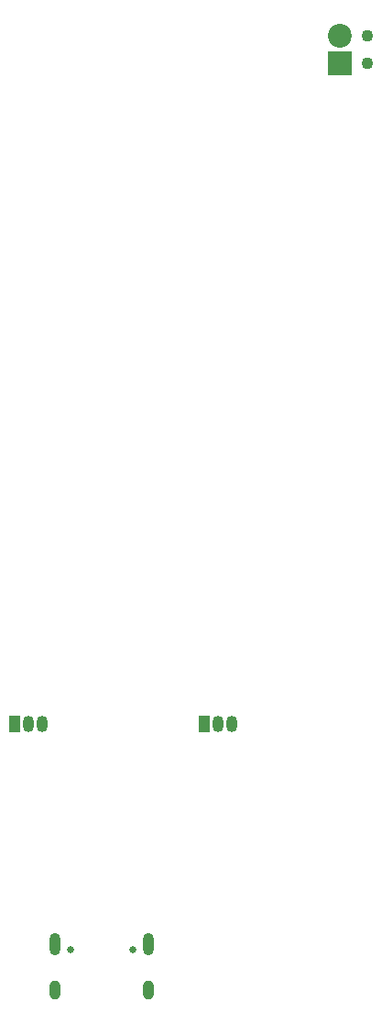
<source format=gbr>
%TF.GenerationSoftware,KiCad,Pcbnew,8.0.4*%
%TF.CreationDate,2025-08-04T00:55:42+05:30*%
%TF.ProjectId,Receiver,52656365-6976-4657-922e-6b696361645f,rev?*%
%TF.SameCoordinates,Original*%
%TF.FileFunction,Soldermask,Bot*%
%TF.FilePolarity,Negative*%
%FSLAX46Y46*%
G04 Gerber Fmt 4.6, Leading zero omitted, Abs format (unit mm)*
G04 Created by KiCad (PCBNEW 8.0.4) date 2025-08-04 00:55:42*
%MOMM*%
%LPD*%
G01*
G04 APERTURE LIST*
%ADD10R,1.050000X1.500000*%
%ADD11O,1.050000X1.500000*%
%ADD12C,0.650000*%
%ADD13O,1.000000X2.100000*%
%ADD14O,1.000000X1.800000*%
%ADD15C,1.100000*%
%ADD16R,2.200000X2.200000*%
%ADD17C,2.200000*%
G04 APERTURE END LIST*
D10*
%TO.C,Q2*%
X131460000Y-123000000D03*
D11*
X132730000Y-123000000D03*
X134000000Y-123000000D03*
%TD*%
D10*
%TO.C,Q1*%
X148960000Y-123000000D03*
D11*
X150230000Y-123000000D03*
X151500000Y-123000000D03*
%TD*%
D12*
%TO.C,J4*%
X136610000Y-143820000D03*
X142390000Y-143820000D03*
D13*
X135180000Y-143320000D03*
D14*
X135180000Y-147500000D03*
D13*
X143820000Y-143320000D03*
D14*
X143820000Y-147500000D03*
%TD*%
D15*
%TO.C,J1*%
X164040000Y-62000000D03*
X164040000Y-59460000D03*
D16*
X161500000Y-62000000D03*
D17*
X161500000Y-59460000D03*
%TD*%
M02*

</source>
